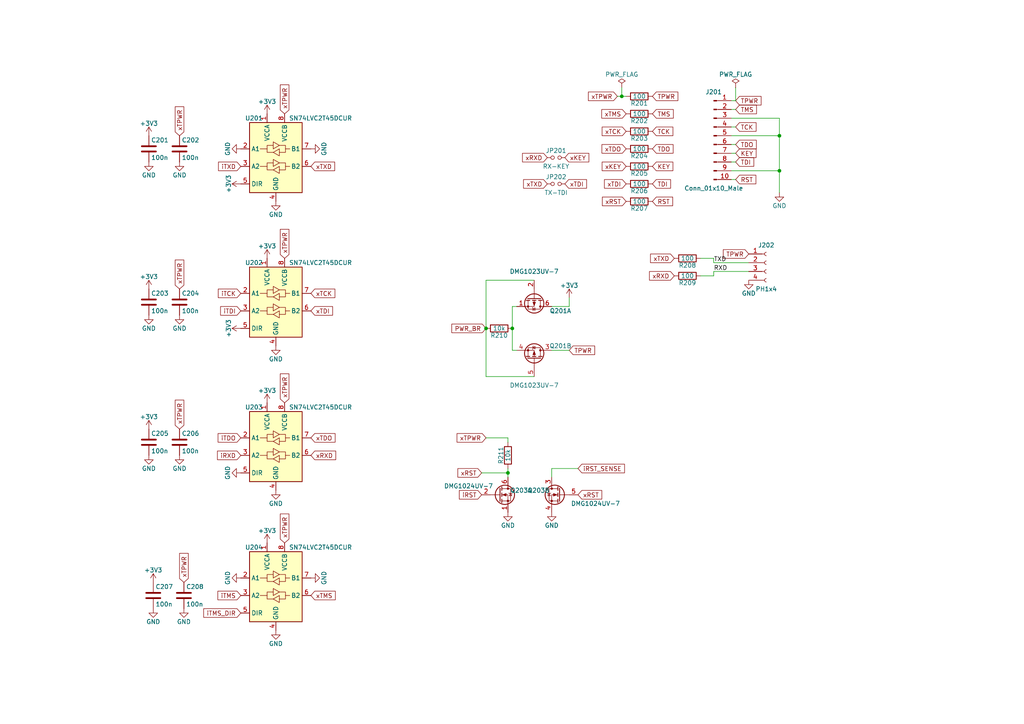
<source format=kicad_sch>
(kicad_sch (version 20211123) (generator eeschema)
  (paper "A4")
  (lib_symbols
    (symbol "Connector:Conn_01x04_Female" (pin_names (offset 1.016) hide)
      (property "Reference" "J" (at 0 5.08 0))
      (property "Value" "Conn_01x04_Female" (at 0 -7.62 0))
      (symbol "Conn_01x04_Female_1_1"
        (arc (start 0 -4.572) (mid -0.508 -5.08) (end 0 -5.588) (stroke (width 0.1524)))
        (arc (start 0 -2.032) (mid -0.508 -2.54) (end 0 -3.048) (stroke (width 0.1524)))
        (polyline (pts (xy -1.27 -5.08) (xy -0.508 -5.08)) (stroke (width 0.1524)))
        (polyline (pts (xy -1.27 -2.54) (xy -0.508 -2.54)) (stroke (width 0.1524)))
        (polyline (pts (xy -1.27 0) (xy -0.508 0)) (stroke (width 0.1524)))
        (polyline (pts (xy -1.27 2.54) (xy -0.508 2.54)) (stroke (width 0.1524)))
        (arc (start 0 0.508) (mid -0.508 0) (end 0 -0.508) (stroke (width 0.1524)))
        (arc (start 0 3.048) (mid -0.508 2.54) (end 0 2.032) (stroke (width 0.1524)))
        (pin passive line (at -5.08 2.54 0) (length 3.81) (name "Pin_1") (number "1"))
        (pin passive line (at -5.08 0 0) (length 3.81) (name "Pin_2") (number "2"))
        (pin passive line (at -5.08 -2.54 0) (length 3.81) (name "Pin_3") (number "3"))
        (pin passive line (at -5.08 -5.08 0) (length 3.81) (name "Pin_4") (number "4"))
      )
    )
    (symbol "Connector:Conn_01x10_Male" (pin_names (offset 1.016) hide)
      (property "Reference" "J" (at 0 12.7 0))
      (property "Value" "Conn_01x10_Male" (at 0 -15.24 0))
      (symbol "Conn_01x10_Male_1_1"
        (polyline (pts (xy 1.27 -12.7) (xy 0.8636 -12.7)) (stroke (width 0.1524)))
        (polyline (pts (xy 1.27 -10.16) (xy 0.8636 -10.16)) (stroke (width 0.1524)))
        (polyline (pts (xy 1.27 -7.62) (xy 0.8636 -7.62)) (stroke (width 0.1524)))
        (polyline (pts (xy 1.27 -5.08) (xy 0.8636 -5.08)) (stroke (width 0.1524)))
        (polyline (pts (xy 1.27 -2.54) (xy 0.8636 -2.54)) (stroke (width 0.1524)))
        (polyline (pts (xy 1.27 0) (xy 0.8636 0)) (stroke (width 0.1524)))
        (polyline (pts (xy 1.27 2.54) (xy 0.8636 2.54)) (stroke (width 0.1524)))
        (polyline (pts (xy 1.27 5.08) (xy 0.8636 5.08)) (stroke (width 0.1524)))
        (polyline (pts (xy 1.27 7.62) (xy 0.8636 7.62)) (stroke (width 0.1524)))
        (polyline (pts (xy 1.27 10.16) (xy 0.8636 10.16)) (stroke (width 0.1524)))
        (rectangle (start 0.8636 -12.573) (end 0 -12.827) (stroke (width 0.1524)) (fill (type outline)))
        (rectangle (start 0.8636 -10.033) (end 0 -10.287) (stroke (width 0.1524)) (fill (type outline)))
        (rectangle (start 0.8636 -7.493) (end 0 -7.747) (stroke (width 0.1524)) (fill (type outline)))
        (rectangle (start 0.8636 -4.953) (end 0 -5.207) (stroke (width 0.1524)) (fill (type outline)))
        (rectangle (start 0.8636 -2.413) (end 0 -2.667) (stroke (width 0.1524)) (fill (type outline)))
        (rectangle (start 0.8636 0.127) (end 0 -0.127) (stroke (width 0.1524)) (fill (type outline)))
        (rectangle (start 0.8636 2.667) (end 0 2.413) (stroke (width 0.1524)) (fill (type outline)))
        (rectangle (start 0.8636 5.207) (end 0 4.953) (stroke (width 0.1524)) (fill (type outline)))
        (rectangle (start 0.8636 7.747) (end 0 7.493) (stroke (width 0.1524)) (fill (type outline)))
        (rectangle (start 0.8636 10.287) (end 0 10.033) (stroke (width 0.1524)) (fill (type outline)))
        (pin passive line (at 5.08 10.16 180) (length 3.81) (name "Pin_1") (number "1"))
        (pin passive line (at 5.08 -12.7 180) (length 3.81) (name "Pin_10") (number "10"))
        (pin passive line (at 5.08 7.62 180) (length 3.81) (name "Pin_2") (number "2"))
        (pin passive line (at 5.08 5.08 180) (length 3.81) (name "Pin_3") (number "3"))
        (pin passive line (at 5.08 2.54 180) (length 3.81) (name "Pin_4") (number "4"))
        (pin passive line (at 5.08 0 180) (length 3.81) (name "Pin_5") (number "5"))
        (pin passive line (at 5.08 -2.54 180) (length 3.81) (name "Pin_6") (number "6"))
        (pin passive line (at 5.08 -5.08 180) (length 3.81) (name "Pin_7") (number "7"))
        (pin passive line (at 5.08 -7.62 180) (length 3.81) (name "Pin_8") (number "8"))
        (pin passive line (at 5.08 -10.16 180) (length 3.81) (name "Pin_9") (number "9"))
      )
    )
    (symbol "Device:C" (pin_numbers hide) (pin_names (offset 0.254))
      (property "Reference" "C" (at 0.635 2.54 0))
      (property "Value" "C" (at 0.635 -2.54 0))
      (symbol "C_0_1"
        (polyline (pts (xy -2.032 -0.762) (xy 2.032 -0.762)) (stroke (width 0.508)))
        (polyline (pts (xy -2.032 0.762) (xy 2.032 0.762)) (stroke (width 0.508)))
      )
      (symbol "C_1_1"
        (pin passive line (at 0 3.81 270) (length 2.794) (name "~") (number "1"))
        (pin passive line (at 0 -3.81 90) (length 2.794) (name "~") (number "2"))
      )
    )
    (symbol "Device:R" (pin_numbers hide) (pin_names (offset 0))
      (property "Reference" "R" (at 2.032 0 90))
      (property "Value" "R" (at 0 0 90))
      (symbol "R_0_1"
        (rectangle (start -1.016 -2.54) (end 1.016 2.54) (stroke (width 0.254)))
      )
      (symbol "R_1_1"
        (pin passive line (at 0 3.81 270) (length 1.27) (name "~") (number "1"))
        (pin passive line (at 0 -3.81 90) (length 1.27) (name "~") (number "2"))
      )
    )
    (symbol "Logic_LevelTranslator:SN74LVC2T45DCUR"
      (property "Reference" "U" (at -6.35 11.43 0))
      (property "Value" "SN74LVC2T45DCUR" (at 3.81 11.43 0))
      (symbol "SN74LVC2T45DCUR_0_1"
        (rectangle (start -7.62 10.16) (end 7.62 -10.16) (stroke (width 0.254)) (fill (type background)))
        (polyline (pts (xy -2.54 2.54) (xy -2.54 3.556) (xy -0.762 3.556)))
        (polyline (pts (xy 2.794 2.54) (xy 2.794 1.524) (xy 1.016 1.524)))
        (polyline (pts (xy -0.762 1.524) (xy -2.54 1.524) (xy -2.54 2.54) (xy -4.572 2.54)))
        (polyline (pts (xy -0.762 2.54) (xy -0.762 4.572) (xy 1.016 3.556) (xy -0.762 2.54)))
        (polyline (pts (xy 1.016 3.556) (xy 2.794 3.556) (xy 2.794 2.54) (xy 4.064 2.54)))
        (polyline (pts (xy 1.016 2.54) (xy 1.016 0.762) (xy 1.016 0.508) (xy -0.762 1.524) (xy 1.016 2.54)))
      )
      (symbol "SN74LVC2T45DCUR_1_1"
        (polyline (pts (xy -2.54 -2.54) (xy -2.54 -1.524) (xy -0.762 -1.524)))
        (polyline (pts (xy 2.794 -2.54) (xy 2.794 -3.556) (xy 1.016 -3.556)))
        (polyline (pts (xy -0.762 -3.556) (xy -2.54 -3.556) (xy -2.54 -2.54) (xy -4.572 -2.54)))
        (polyline (pts (xy -0.762 -2.54) (xy -0.762 -0.508) (xy 1.016 -1.524) (xy -0.762 -2.54)))
        (polyline (pts (xy 1.016 -1.524) (xy 2.794 -1.524) (xy 2.794 -2.54) (xy 4.064 -2.54)))
        (polyline (pts (xy 1.016 -2.54) (xy 1.016 -4.318) (xy 1.016 -4.572) (xy -0.762 -3.556) (xy 1.016 -2.54)))
        (pin power_in line (at -2.54 12.7 270) (length 2.54) (name "VCCA") (number "1"))
        (pin bidirectional line (at -10.16 2.54 0) (length 2.54) (name "A1") (number "2"))
        (pin bidirectional line (at -10.16 -2.54 0) (length 2.54) (name "A2") (number "3"))
        (pin power_in line (at 0 -12.7 90) (length 2.54) (name "GND") (number "4"))
        (pin input line (at -10.16 -7.62 0) (length 2.54) (name "DIR") (number "5"))
        (pin bidirectional line (at 10.16 -2.54 180) (length 2.54) (name "B2") (number "6"))
        (pin bidirectional line (at 10.16 2.54 180) (length 2.54) (name "B1") (number "7"))
        (pin power_in line (at 2.54 12.7 270) (length 2.54) (name "VCCB") (number "8"))
      )
    )
    (symbol "bmp22-rescue:Jumper_NO_Small-Device" (pin_numbers hide) (pin_names (offset 0.762) hide)
      (property "Reference" "JP" (at 0 2.032 0))
      (property "Value" "Jumper_NO_Small-Device" (at 0.254 -1.524 0))
      (symbol "Jumper_NO_Small-Device_0_1"
        (circle (center -1.016 0) (radius 0.508))
        (circle (center 1.016 0) (radius 0.508))
        (pin passive line (at -2.54 0 0) (length 1.016) (name "1") (number "1"))
        (pin passive line (at 2.54 0 180) (length 1.016) (name "2") (number "2"))
      )
    )
    (symbol "bmp22-rescue:Q_DUAL_NMOS_S1G1D2S2G2D1-Device" (pin_names (offset 0) hide)
      (property "Reference" "Q" (at 6.35 1.27 0))
      (property "Value" "Q_DUAL_NMOS_S1G1D2S2G2D1-Device" (at 19.05 -1.27 0))
      (symbol "Q_DUAL_NMOS_S1G1D2S2G2D1-Device_0_1"
        (polyline (pts (xy 0.254 0) (xy -2.54 0)))
        (polyline (pts (xy 0.254 1.905) (xy 0.254 -1.905)) (stroke (width 0.254)))
        (polyline (pts (xy 0.762 -1.27) (xy 0.762 -2.286)) (stroke (width 0.254)))
        (polyline (pts (xy 0.762 0.508) (xy 0.762 -0.508)) (stroke (width 0.254)))
        (polyline (pts (xy 0.762 2.286) (xy 0.762 1.27)) (stroke (width 0.254)))
        (polyline (pts (xy 2.54 2.54) (xy 2.54 1.778)))
        (polyline (pts (xy 2.54 -2.54) (xy 2.54 0) (xy 0.762 0)))
        (polyline (pts (xy 0.762 -1.778) (xy 3.302 -1.778) (xy 3.302 1.778) (xy 0.762 1.778)))
        (polyline (pts (xy 1.016 0) (xy 2.032 0.381) (xy 2.032 -0.381) (xy 1.016 0)) (fill (type outline)))
        (polyline (pts (xy 2.794 0.508) (xy 2.921 0.381) (xy 3.683 0.381) (xy 3.81 0.254)))
        (polyline (pts (xy 3.302 0.381) (xy 2.921 -0.254) (xy 3.683 -0.254) (xy 3.302 0.381)))
        (circle (center 1.651 0) (radius 2.794) (stroke (width 0.254)))
        (circle (center 2.54 -1.778) (radius 0.254) (fill (type outline)))
        (circle (center 2.54 1.778) (radius 0.254) (fill (type outline)))
      )
      (symbol "Q_DUAL_NMOS_S1G1D2S2G2D1-Device_1_1"
        (pin passive line (at 2.54 -5.08 90) (length 2.54) (name "S") (number "1"))
        (pin input line (at -5.08 0 0) (length 2.54) (name "G") (number "2"))
        (pin passive line (at 2.54 5.08 270) (length 2.54) (name "D") (number "6"))
      )
      (symbol "Q_DUAL_NMOS_S1G1D2S2G2D1-Device_2_1"
        (pin passive line (at 2.54 5.08 270) (length 2.54) (name "D") (number "3"))
        (pin passive line (at 2.54 -5.08 90) (length 2.54) (name "S") (number "4"))
        (pin input line (at -5.08 0 0) (length 2.54) (name "G") (number "5"))
      )
    )
    (symbol "bmp22-rescue:Q_DUAL_PMOS_S1G1D2S2G2D1-Device" (pin_names (offset 0) hide)
      (property "Reference" "Q" (at 6.35 1.27 0))
      (property "Value" "Q_DUAL_PMOS_S1G1D2S2G2D1-Device" (at 19.05 -1.27 0))
      (symbol "Q_DUAL_PMOS_S1G1D2S2G2D1-Device_0_1"
        (polyline (pts (xy 0.254 0) (xy -2.54 0)))
        (polyline (pts (xy 0.254 1.905) (xy 0.254 -1.905)) (stroke (width 0.254)))
        (polyline (pts (xy 0.762 -1.27) (xy 0.762 -2.286)) (stroke (width 0.254)))
        (polyline (pts (xy 0.762 0.508) (xy 0.762 -0.508)) (stroke (width 0.254)))
        (polyline (pts (xy 0.762 2.286) (xy 0.762 1.27)) (stroke (width 0.254)))
        (polyline (pts (xy 2.54 2.54) (xy 2.54 1.778)))
        (polyline (pts (xy 2.54 -2.54) (xy 2.54 0) (xy 0.762 0)))
        (polyline (pts (xy 0.762 1.778) (xy 3.302 1.778) (xy 3.302 -1.778) (xy 0.762 -1.778)))
        (polyline (pts (xy 2.286 0) (xy 1.27 0.381) (xy 1.27 -0.381) (xy 2.286 0)) (fill (type outline)))
        (polyline (pts (xy 2.794 -0.508) (xy 2.921 -0.381) (xy 3.683 -0.381) (xy 3.81 -0.254)))
        (polyline (pts (xy 3.302 -0.381) (xy 2.921 0.254) (xy 3.683 0.254) (xy 3.302 -0.381)))
        (circle (center 1.651 0) (radius 2.794) (stroke (width 0.254)))
        (circle (center 2.54 -1.778) (radius 0.254) (fill (type outline)))
        (circle (center 2.54 1.778) (radius 0.254) (fill (type outline)))
      )
      (symbol "Q_DUAL_PMOS_S1G1D2S2G2D1-Device_1_1"
        (pin passive line (at 2.54 -5.08 90) (length 2.54) (name "S") (number "1"))
        (pin input line (at -5.08 0 0) (length 2.54) (name "G") (number "2"))
        (pin passive line (at 2.54 5.08 270) (length 2.54) (name "D") (number "6"))
      )
      (symbol "Q_DUAL_PMOS_S1G1D2S2G2D1-Device_2_1"
        (pin passive line (at 2.54 5.08 270) (length 2.54) (name "D") (number "3"))
        (pin passive line (at 2.54 -5.08 90) (length 2.54) (name "S") (number "4"))
        (pin input line (at -5.08 0 0) (length 2.54) (name "G") (number "5"))
      )
    )
    (symbol "power:+3V3" (power) (pin_names (offset 0))
      (property "Value" "+3V3" (at 0 3.556 0))
      (symbol "+3V3_0_1"
        (polyline (pts (xy -0.762 1.27) (xy 0 2.54)))
        (polyline (pts (xy 0 0) (xy 0 2.54)))
        (polyline (pts (xy 0 2.54) (xy 0.762 1.27)))
      )
      (symbol "+3V3_1_1"
        (pin power_in line (at 0 0 90) (length 0) hide (name "+3V3") (number "1"))
      )
    )
    (symbol "power:GND" (power) (pin_names (offset 0))
      (property "Value" "GND" (at 0 -3.81 0))
      (symbol "GND_0_1"
        (polyline (pts (xy 0 0) (xy 0 -1.27) (xy 1.27 -1.27) (xy 0 -2.54) (xy -1.27 -1.27) (xy 0 -1.27)))
      )
      (symbol "GND_1_1"
        (pin power_in line (at 0 0 270) (length 0) hide (name "GND") (number "1"))
      )
    )
    (symbol "power:PWR_FLAG" (power) (pin_numbers hide) (pin_names (offset 0) hide)
      (property "Value" "PWR_FLAG" (at 0 3.81 0))
      (symbol "PWR_FLAG_0_0"
        (pin power_out line (at 0 0 90) (length 0) (name "pwr") (number "1"))
      )
      (symbol "PWR_FLAG_0_1"
        (polyline (pts (xy 0 0) (xy 0 1.27) (xy -1.016 1.905) (xy 0 2.54) (xy 1.016 1.905) (xy 0 1.27)))
      )
    )
  )
  (junction (at 226.06 49.53))
  (junction (at 147.32 137.16))
  (junction (at 148.59 95.25))
  (junction (at 180.34 27.94))
  (junction (at 140.97 95.25))
  (junction (at 226.06 39.37))
  (wire (pts (xy 212.09 49.53) (xy 226.06 49.53)))
  (wire (pts (xy 140.97 109.22) (xy 154.94 109.22)))
  (wire (pts (xy 148.59 88.9) (xy 149.86 88.9)))
  (wire (pts (xy 147.32 137.16) (xy 147.32 135.89)))
  (wire (pts (xy 203.2 74.93) (xy 207.01 74.93)))
  (wire (pts (xy 160.02 135.89) (xy 160.02 138.43)))
  (wire (pts (xy 213.36 25.4) (xy 213.36 29.21)))
  (wire (pts (xy 212.09 29.21) (xy 213.36 29.21)))
  (wire (pts (xy 154.94 81.28) (xy 140.97 81.28)))
  (wire (pts (xy 226.06 34.29) (xy 212.09 34.29)))
  (wire (pts (xy 207.01 78.74) (xy 207.01 80.01)))
  (wire (pts (xy 165.1 101.6) (xy 160.02 101.6)))
  (wire (pts (xy 217.17 78.74) (xy 207.01 78.74)))
  (wire (pts (xy 180.34 27.94) (xy 179.07 27.94)))
  (wire (pts (xy 165.1 88.9) (xy 160.02 88.9)))
  (wire (pts (xy 148.59 95.25) (xy 148.59 88.9)))
  (wire (pts (xy 165.1 86.36) (xy 165.1 88.9)))
  (wire (pts (xy 207.01 80.01) (xy 203.2 80.01)))
  (wire (pts (xy 140.97 127) (xy 147.32 127)))
  (wire (pts (xy 181.61 27.94) (xy 180.34 27.94)))
  (wire (pts (xy 147.32 127) (xy 147.32 128.27)))
  (wire (pts (xy 212.09 39.37) (xy 226.06 39.37)))
  (wire (pts (xy 213.36 31.75) (xy 212.09 31.75)))
  (wire (pts (xy 140.97 95.25) (xy 140.97 109.22)))
  (wire (pts (xy 207.01 76.2) (xy 217.17 76.2)))
  (wire (pts (xy 140.97 81.28) (xy 140.97 95.25)))
  (wire (pts (xy 147.32 138.43) (xy 147.32 137.16)))
  (wire (pts (xy 212.09 52.07) (xy 213.36 52.07)))
  (wire (pts (xy 212.09 44.45) (xy 213.36 44.45)))
  (wire (pts (xy 226.06 49.53) (xy 226.06 39.37)))
  (wire (pts (xy 213.36 41.91) (xy 212.09 41.91)))
  (wire (pts (xy 212.09 36.83) (xy 213.36 36.83)))
  (wire (pts (xy 226.06 39.37) (xy 226.06 34.29)))
  (wire (pts (xy 149.86 101.6) (xy 148.59 101.6)))
  (wire (pts (xy 148.59 101.6) (xy 148.59 95.25)))
  (wire (pts (xy 207.01 74.93) (xy 207.01 76.2)))
  (wire (pts (xy 180.34 25.4) (xy 180.34 27.94)))
  (wire (pts (xy 147.32 137.16) (xy 139.7 137.16)))
  (wire (pts (xy 213.36 46.99) (xy 212.09 46.99)))
  (wire (pts (xy 167.64 135.89) (xy 160.02 135.89)))
  (wire (pts (xy 226.06 55.88) (xy 226.06 49.53)))
  (label "RXD" (at 207.01 78.74 0))
  (label "TXD" (at 207.01 76.2 0))
  (global_label "TCK" (shape input) (at 213.36 36.83 0) (property "Intersheet References" "${INTERSHEET_REFS}" (effects hide)))
  (global_label "xTDO" (shape input) (at 90.17 127 0) (property "Intersheet References" "${INTERSHEET_REFS}" (effects hide)))
  (global_label "xTPWR" (shape input) (at 140.97 127 180) (property "Intersheet References" "${INTERSHEET_REFS}" (effects hide)))
  (global_label "iRST_SENSE" (shape input) (at 167.64 135.89 0) (property "Intersheet References" "${INTERSHEET_REFS}" (effects hide)))
  (global_label "iRST" (shape input) (at 139.7 143.51 180) (property "Intersheet References" "${INTERSHEET_REFS}" (effects hide)))
  (global_label "RST" (shape input) (at 213.36 52.07 0) (property "Intersheet References" "${INTERSHEET_REFS}" (effects hide)))
  (global_label "PWR_BR" (shape input) (at 140.97 95.25 180) (property "Intersheet References" "${INTERSHEET_REFS}" (effects hide)))
  (global_label "iTMS" (shape input) (at 69.85 172.72 180) (property "Intersheet References" "${INTERSHEET_REFS}" (effects hide)))
  (global_label "xTPWR" (shape input) (at 52.07 39.37 90) (property "Intersheet References" "${INTERSHEET_REFS}" (effects hide)))
  (global_label "xTPWR" (shape input) (at 82.55 157.48 90) (property "Intersheet References" "${INTERSHEET_REFS}" (effects hide)))
  (global_label "xTDI" (shape input) (at 90.17 90.17 0) (property "Intersheet References" "${INTERSHEET_REFS}" (effects hide)))
  (global_label "xRXD" (shape input) (at 195.58 80.01 180) (property "Intersheet References" "${INTERSHEET_REFS}" (effects hide)))
  (global_label "TCK" (shape input) (at 189.23 38.1 0) (property "Intersheet References" "${INTERSHEET_REFS}" (effects hide)))
  (global_label "xRST" (shape input) (at 139.7 137.16 180) (property "Intersheet References" "${INTERSHEET_REFS}" (effects hide)))
  (global_label "TPWR" (shape input) (at 217.17 73.66 180) (property "Intersheet References" "${INTERSHEET_REFS}" (effects hide)))
  (global_label "xTXD" (shape input) (at 195.58 74.93 180) (property "Intersheet References" "${INTERSHEET_REFS}" (effects hide)))
  (global_label "xTDI" (shape input) (at 163.83 53.34 0) (property "Intersheet References" "${INTERSHEET_REFS}" (effects hide)))
  (global_label "TDI" (shape input) (at 213.36 46.99 0) (property "Intersheet References" "${INTERSHEET_REFS}" (effects hide)))
  (global_label "xRXD" (shape input) (at 90.17 132.08 0) (property "Intersheet References" "${INTERSHEET_REFS}" (effects hide)))
  (global_label "xTCK" (shape input) (at 90.17 85.09 0) (property "Intersheet References" "${INTERSHEET_REFS}" (effects hide)))
  (global_label "TDO" (shape input) (at 213.36 41.91 0) (property "Intersheet References" "${INTERSHEET_REFS}" (effects hide)))
  (global_label "xTMS" (shape input) (at 90.17 172.72 0) (property "Intersheet References" "${INTERSHEET_REFS}" (effects hide)))
  (global_label "xTDO" (shape input) (at 181.61 43.18 180) (property "Intersheet References" "${INTERSHEET_REFS}" (effects hide)))
  (global_label "xRST" (shape input) (at 167.64 143.51 0) (property "Intersheet References" "${INTERSHEET_REFS}" (effects hide)))
  (global_label "xKEY" (shape input) (at 181.61 48.26 180) (property "Intersheet References" "${INTERSHEET_REFS}" (effects hide)))
  (global_label "iRXD" (shape input) (at 69.85 132.08 180) (property "Intersheet References" "${INTERSHEET_REFS}" (effects hide)))
  (global_label "iTDI" (shape input) (at 69.85 90.17 180) (property "Intersheet References" "${INTERSHEET_REFS}" (effects hide)))
  (global_label "iTCK" (shape input) (at 69.85 85.09 180) (property "Intersheet References" "${INTERSHEET_REFS}" (effects hide)))
  (global_label "xTCK" (shape input) (at 181.61 38.1 180) (property "Intersheet References" "${INTERSHEET_REFS}" (effects hide)))
  (global_label "RST" (shape input) (at 189.23 58.42 0) (property "Intersheet References" "${INTERSHEET_REFS}" (effects hide)))
  (global_label "KEY" (shape input) (at 189.23 48.26 0) (property "Intersheet References" "${INTERSHEET_REFS}" (effects hide)))
  (global_label "TMS" (shape input) (at 213.36 31.75 0) (property "Intersheet References" "${INTERSHEET_REFS}" (effects hide)))
  (global_label "xTPWR" (shape input) (at 82.55 116.84 90) (property "Intersheet References" "${INTERSHEET_REFS}" (effects hide)))
  (global_label "xKEY" (shape input) (at 163.83 45.72 0) (property "Intersheet References" "${INTERSHEET_REFS}" (effects hide)))
  (global_label "iTXD" (shape input) (at 69.85 48.26 180) (property "Intersheet References" "${INTERSHEET_REFS}" (effects hide)))
  (global_label "iTMS_DIR" (shape input) (at 69.85 177.8 180) (property "Intersheet References" "${INTERSHEET_REFS}" (effects hide)))
  (global_label "iTDO" (shape input) (at 69.85 127 180) (property "Intersheet References" "${INTERSHEET_REFS}" (effects hide)))
  (global_label "xTDI" (shape input) (at 181.61 53.34 180) (property "Intersheet References" "${INTERSHEET_REFS}" (effects hide)))
  (global_label "xTPWR" (shape input) (at 82.55 33.02 90) (property "Intersheet References" "${INTERSHEET_REFS}" (effects hide)))
  (global_label "TPWR" (shape input) (at 189.23 27.94 0) (property "Intersheet References" "${INTERSHEET_REFS}" (effects hide)))
  (global_label "xRST" (shape input) (at 181.61 58.42 180) (property "Intersheet References" "${INTERSHEET_REFS}" (effects hide)))
  (global_label "xTPWR" (shape input) (at 82.55 74.93 90) (property "Intersheet References" "${INTERSHEET_REFS}" (effects hide)))
  (global_label "KEY" (shape input) (at 213.36 44.45 0) (property "Intersheet References" "${INTERSHEET_REFS}" (effects hide)))
  (global_label "TDO" (shape input) (at 189.23 43.18 0) (property "Intersheet References" "${INTERSHEET_REFS}" (effects hide)))
  (global_label "TMS" (shape input) (at 189.23 33.02 0) (property "Intersheet References" "${INTERSHEET_REFS}" (effects hide)))
  (global_label "xTMS" (shape input) (at 181.61 33.02 180) (property "Intersheet References" "${INTERSHEET_REFS}" (effects hide)))
  (global_label "xTXD" (shape input) (at 90.17 48.26 0) (property "Intersheet References" "${INTERSHEET_REFS}" (effects hide)))
  (global_label "xRXD" (shape input) (at 158.75 45.72 180) (property "Intersheet References" "${INTERSHEET_REFS}" (effects hide)))
  (global_label "TPWR" (shape input) (at 165.1 101.6 0) (property "Intersheet References" "${INTERSHEET_REFS}" (effects hide)))
  (global_label "TPWR" (shape input) (at 213.36 29.21 0) (property "Intersheet References" "${INTERSHEET_REFS}" (effects hide)))
  (global_label "xTPWR" (shape input) (at 53.34 168.91 90) (property "Intersheet References" "${INTERSHEET_REFS}" (effects hide)))
  (global_label "xTPWR" (shape input) (at 52.07 124.46 90) (property "Intersheet References" "${INTERSHEET_REFS}" (effects hide)))
  (global_label "xTPWR" (shape input) (at 179.07 27.94 180) (property "Intersheet References" "${INTERSHEET_REFS}" (effects hide)))
  (global_label "xTXD" (shape input) (at 158.75 53.34 180) (property "Intersheet References" "${INTERSHEET_REFS}" (effects hide)))
  (global_label "TDI" (shape input) (at 189.23 53.34 0) (property "Intersheet References" "${INTERSHEET_REFS}" (effects hide)))
  (global_label "xTPWR" (shape input) (at 52.07 83.82 90) (property "Intersheet References" "${INTERSHEET_REFS}" (effects hide)))
  (symbol (lib_id "bmp22-rescue:Q_DUAL_PMOS_S1G1D2S2G2D1-Device") (at 154.94 104.14 270) (mirror x) (unit 2)
    (property "Reference" "Q201" (at 162.56 100.33 90))
    (property "Value" "DMG1023UV-7" (at 154.94 111.76 90))
    (property "Footprint" "EOS:DMG1023UV-7" (effects hide))
    (property "LCSC Number Part" "C212298" (effects hide))
  )
  (symbol (lib_id "Logic_LevelTranslator:SN74LVC2T45DCUR") (at 80.01 45.72 0) (unit 1)
    (property "Reference" "U201" (at 73.66 34.29 0))
    (property "Value" "SN74LVC2T45DCUR" (at 83.82 34.29 0) (effects (justify left)))
    (property "Footprint" "Package_SO:VSSOP-8_2.3x2mm_P0.5mm" (effects hide))
    (property "Datasheet" "http://www.ti.com/lit/ds/symlink/sn74lvc2t45.pdf" (effects hide))
    (property "LCSC Number Part" "C15741" (effects hide))
  )
  (symbol (lib_id "Connector:Conn_01x10_Male") (at 207.01 39.37 0) (unit 1)
    (property "Reference" "J201" (at 207.01 26.67 0))
    (property "Value" "Conn_01x10_Male" (at 207.01 54.61 0))
    (property "Footprint" "Connector_PinHeader_1.27mm:PinHeader_2x05_P1.27mm_Vertical_SMD" (effects hide))
    (property "LCSC Number Part" "C150517" (effects hide))
  )
  (symbol (lib_id "power:GND") (at 226.06 55.88 0) (unit 1)
    (property "Reference" "#PWR0208" (effects hide))
    (property "Value" "GND" (at 226.06 59.69 0))
  )
  (symbol (lib_id "Device:R") (at 185.42 27.94 270) (unit 1)
    (property "Reference" "R201" (at 185.42 29.972 90))
    (property "Value" "100" (at 185.42 27.94 90))
    (property "Footprint" "Resistor_SMD:R_0402_1005Metric" (effects hide))
    (property "LCSC Number Part" "C25076" (effects hide))
  )
  (symbol (lib_id "Device:R") (at 185.42 33.02 270) (unit 1)
    (property "Reference" "R202" (at 185.42 35.052 90))
    (property "Value" "100" (at 185.42 33.02 90))
    (property "Footprint" "Resistor_SMD:R_0402_1005Metric" (effects hide))
    (property "LCSC Number Part" "C25076" (effects hide))
  )
  (symbol (lib_id "Device:R") (at 185.42 38.1 270) (unit 1)
    (property "Reference" "R203" (at 185.42 40.132 90))
    (property "Value" "100" (at 185.42 38.1 90))
    (property "Footprint" "Resistor_SMD:R_0402_1005Metric" (effects hide))
    (property "LCSC Number Part" "C25076" (effects hide))
  )
  (symbol (lib_id "Device:R") (at 185.42 43.18 270) (unit 1)
    (property "Reference" "R204" (at 185.42 45.212 90))
    (property "Value" "100" (at 185.42 43.18 90))
    (property "Footprint" "Resistor_SMD:R_0402_1005Metric" (effects hide))
    (property "LCSC Number Part" "C25076" (effects hide))
  )
  (symbol (lib_id "Device:R") (at 185.42 53.34 270) (unit 1)
    (property "Reference" "R206" (at 185.42 55.372 90))
    (property "Value" "100" (at 185.42 53.34 90))
    (property "Footprint" "Resistor_SMD:R_0402_1005Metric" (effects hide))
    (property "LCSC Number Part" "C25076" (effects hide))
  )
  (symbol (lib_id "Device:R") (at 185.42 58.42 270) (unit 1)
    (property "Reference" "R207" (at 185.42 60.452 90))
    (property "Value" "100" (at 185.42 58.42 90))
    (property "Footprint" "Resistor_SMD:R_0402_1005Metric" (effects hide))
    (property "LCSC Number Part" "C25076" (effects hide))
  )
  (symbol (lib_id "Device:R") (at 185.42 48.26 270) (unit 1)
    (property "Reference" "R205" (at 185.42 50.292 90))
    (property "Value" "100" (at 185.42 48.26 90))
    (property "Footprint" "Resistor_SMD:R_0402_1005Metric" (effects hide))
    (property "LCSC Number Part" "C25076" (effects hide))
  )
  (symbol (lib_id "power:GND") (at 80.01 58.42 0) (unit 1)
    (property "Reference" "#PWR0209" (effects hide))
    (property "Value" "GND" (at 80.01 62.23 0))
  )
  (symbol (lib_id "power:+3V3") (at 77.47 33.02 0) (unit 1)
    (property "Reference" "#PWR0201" (effects hide))
    (property "Value" "+3V3" (at 77.47 29.464 0))
  )
  (symbol (lib_id "power:GND") (at 90.17 43.18 90) (unit 1)
    (property "Reference" "#PWR0204" (effects hide))
    (property "Value" "GND" (at 93.98 43.18 0))
  )
  (symbol (lib_id "power:GND") (at 69.85 43.18 270) (unit 1)
    (property "Reference" "#PWR0203" (effects hide))
    (property "Value" "GND" (at 66.04 43.18 0))
  )
  (symbol (lib_id "Logic_LevelTranslator:SN74LVC2T45DCUR") (at 80.01 87.63 0) (unit 1)
    (property "Reference" "U202" (at 73.66 76.2 0))
    (property "Value" "SN74LVC2T45DCUR" (at 83.82 76.2 0) (effects (justify left)))
    (property "Footprint" "Package_SO:VSSOP-8_2.3x2mm_P0.5mm" (effects hide))
    (property "Datasheet" "http://www.ti.com/lit/ds/symlink/sn74lvc2t45.pdf" (effects hide))
    (property "LCSC Number Part" "C15741" (effects hide))
  )
  (symbol (lib_id "power:GND") (at 80.01 100.33 0) (unit 1)
    (property "Reference" "#PWR0217" (effects hide))
    (property "Value" "GND" (at 80.01 104.14 0))
  )
  (symbol (lib_id "power:+3V3") (at 77.47 74.93 0) (unit 1)
    (property "Reference" "#PWR0210" (effects hide))
    (property "Value" "+3V3" (at 77.47 71.374 0))
  )
  (symbol (lib_id "Logic_LevelTranslator:SN74LVC2T45DCUR") (at 80.01 129.54 0) (unit 1)
    (property "Reference" "U203" (at 73.66 118.11 0))
    (property "Value" "SN74LVC2T45DCUR" (at 83.82 118.11 0) (effects (justify left)))
    (property "Footprint" "Package_SO:VSSOP-8_2.3x2mm_P0.5mm" (effects hide))
    (property "Datasheet" "http://www.ti.com/lit/ds/symlink/sn74lvc2t45.pdf" (effects hide))
    (property "LCSC Number Part" "C15741" (effects hide))
  )
  (symbol (lib_id "power:GND") (at 80.01 142.24 0) (unit 1)
    (property "Reference" "#PWR0223" (effects hide))
    (property "Value" "GND" (at 80.01 146.05 0))
  )
  (symbol (lib_id "power:+3V3") (at 77.47 116.84 0) (unit 1)
    (property "Reference" "#PWR0218" (effects hide))
    (property "Value" "+3V3" (at 77.47 113.284 0))
  )
  (symbol (lib_id "Logic_LevelTranslator:SN74LVC2T45DCUR") (at 80.01 170.18 0) (unit 1)
    (property "Reference" "U204" (at 73.66 158.75 0))
    (property "Value" "SN74LVC2T45DCUR" (at 83.82 158.75 0) (effects (justify left)))
    (property "Footprint" "Package_SO:VSSOP-8_2.3x2mm_P0.5mm" (effects hide))
    (property "Datasheet" "http://www.ti.com/lit/ds/symlink/sn74lvc2t45.pdf" (effects hide))
    (property "LCSC Number Part" "C15741" (effects hide))
  )
  (symbol (lib_id "power:GND") (at 80.01 182.88 0) (unit 1)
    (property "Reference" "#PWR0232" (effects hide))
    (property "Value" "GND" (at 80.01 186.69 0))
  )
  (symbol (lib_id "power:+3V3") (at 77.47 157.48 0) (unit 1)
    (property "Reference" "#PWR0226" (effects hide))
    (property "Value" "+3V3" (at 77.47 153.924 0))
  )
  (symbol (lib_id "power:+3V3") (at 69.85 53.34 90) (unit 1)
    (property "Reference" "#PWR0207" (effects hide))
    (property "Value" "+3V3" (at 66.294 53.34 0))
  )
  (symbol (lib_id "power:GND") (at 69.85 137.16 270) (unit 1)
    (property "Reference" "#PWR0222" (effects hide))
    (property "Value" "GND" (at 66.04 137.16 0))
  )
  (symbol (lib_id "power:+3V3") (at 69.85 95.25 90) (unit 1)
    (property "Reference" "#PWR0216" (effects hide))
    (property "Value" "+3V3" (at 66.294 95.25 0))
  )
  (symbol (lib_id "power:GND") (at 69.85 167.64 270) (unit 1)
    (property "Reference" "#PWR0227" (effects hide))
    (property "Value" "GND" (at 66.04 167.64 0))
  )
  (symbol (lib_id "power:GND") (at 90.17 167.64 90) (unit 1)
    (property "Reference" "#PWR0228" (effects hide))
    (property "Value" "GND" (at 93.98 167.64 0))
  )
  (symbol (lib_id "bmp22-rescue:Q_DUAL_PMOS_S1G1D2S2G2D1-Device") (at 154.94 86.36 270) (unit 1)
    (property "Reference" "Q201" (at 162.56 90.17 90))
    (property "Value" "DMG1023UV-7" (at 154.94 78.74 90))
    (property "Footprint" "EOS:DMG1023UV-7" (effects hide))
    (property "LCSC Number Part" "C212298" (effects hide))
  )
  (symbol (lib_id "Device:R") (at 144.78 95.25 270) (unit 1)
    (property "Reference" "R210" (at 144.78 97.282 90))
    (property "Value" "10k" (at 144.78 95.25 90))
    (property "Footprint" "Resistor_SMD:R_0402_1005Metric" (effects hide))
    (property "LCSC Number Part" "C25744" (effects hide))
  )
  (symbol (lib_id "bmp22-rescue:Q_DUAL_NMOS_S1G1D2S2G2D1-Device") (at 162.56 143.51 0) (mirror y) (unit 2)
    (property "Reference" "Q203" (at 156.21 142.24 0))
    (property "Value" "DMG1024UV-7" (at 172.72 146.05 0))
    (property "Footprint" "EOS:DMG1023UV-7" (effects hide))
    (property "LCSC Number Part" "C212298" (effects hide))
  )
  (symbol (lib_id "bmp22-rescue:Q_DUAL_NMOS_S1G1D2S2G2D1-Device") (at 144.78 143.51 0) (unit 1)
    (property "Reference" "Q203" (at 151.13 142.24 0))
    (property "Value" "DMG1024UV-7" (at 135.89 140.97 0))
    (property "Footprint" "EOS:DMG1023UV-7" (effects hide))
    (property "LCSC Number Part" "C212298" (effects hide))
  )
  (symbol (lib_id "power:GND") (at 160.02 148.59 0) (unit 1)
    (property "Reference" "#PWR0225" (effects hide))
    (property "Value" "GND" (at 160.02 152.4 0))
  )
  (symbol (lib_id "power:GND") (at 147.32 148.59 0) (unit 1)
    (property "Reference" "#PWR0224" (effects hide))
    (property "Value" "GND" (at 147.32 152.4 0))
  )
  (symbol (lib_id "Device:R") (at 147.32 132.08 180) (unit 1)
    (property "Reference" "R211" (at 145.288 132.08 90))
    (property "Value" "10k" (at 147.32 132.08 90))
    (property "Footprint" "Resistor_SMD:R_0402_1005Metric" (effects hide))
    (property "LCSC Number Part" "C25744" (effects hide))
  )
  (symbol (lib_id "power:GND") (at 43.18 46.99 0) (unit 1)
    (property "Reference" "#PWR0205" (effects hide))
    (property "Value" "GND" (at 43.18 50.8 0))
  )
  (symbol (lib_id "Device:C") (at 43.18 43.18 0) (unit 1)
    (property "Reference" "C201" (at 43.815 40.64 0) (effects (justify left)))
    (property "Value" "100n" (at 43.815 45.72 0) (effects (justify left)))
    (property "Footprint" "Capacitor_SMD:C_0402_1005Metric" (effects hide))
    (property "LCSC Number Part" "C14663" (effects hide))
  )
  (symbol (lib_id "power:GND") (at 52.07 46.99 0) (unit 1)
    (property "Reference" "#PWR0206" (effects hide))
    (property "Value" "GND" (at 52.07 50.8 0))
  )
  (symbol (lib_id "Device:C") (at 52.07 43.18 0) (unit 1)
    (property "Reference" "C202" (at 52.705 40.64 0) (effects (justify left)))
    (property "Value" "100n" (at 52.705 45.72 0) (effects (justify left)))
    (property "Footprint" "Capacitor_SMD:C_0402_1005Metric" (effects hide))
    (property "LCSC Number Part" "C14663" (effects hide))
  )
  (symbol (lib_id "power:GND") (at 43.18 91.44 0) (unit 1)
    (property "Reference" "#PWR0214" (effects hide))
    (property "Value" "GND" (at 43.18 95.25 0))
  )
  (symbol (lib_id "Device:C") (at 43.18 87.63 0) (unit 1)
    (property "Reference" "C203" (at 43.815 85.09 0) (effects (justify left)))
    (property "Value" "100n" (at 43.815 90.17 0) (effects (justify left)))
    (property "Footprint" "Capacitor_SMD:C_0402_1005Metric" (effects hide))
    (property "LCSC Number Part" "C14663" (effects hide))
  )
  (symbol (lib_id "power:+3V3") (at 43.18 83.82 0) (unit 1)
    (property "Reference" "#PWR0212" (effects hide))
    (property "Value" "+3V3" (at 43.18 80.264 0))
  )
  (symbol (lib_id "power:GND") (at 52.07 91.44 0) (unit 1)
    (property "Reference" "#PWR0215" (effects hide))
    (property "Value" "GND" (at 52.07 95.25 0))
  )
  (symbol (lib_id "Device:C") (at 52.07 87.63 0) (unit 1)
    (property "Reference" "C204" (at 52.705 85.09 0) (effects (justify left)))
    (property "Value" "100n" (at 52.705 90.17 0) (effects (justify left)))
    (property "Footprint" "Capacitor_SMD:C_0402_1005Metric" (effects hide))
    (property "LCSC Number Part" "C14663" (effects hide))
  )
  (symbol (lib_id "power:GND") (at 43.18 132.08 0) (unit 1)
    (property "Reference" "#PWR0220" (effects hide))
    (property "Value" "GND" (at 43.18 135.89 0))
  )
  (symbol (lib_id "Device:C") (at 43.18 128.27 0) (unit 1)
    (property "Reference" "C205" (at 43.815 125.73 0) (effects (justify left)))
    (property "Value" "100n" (at 43.815 130.81 0) (effects (justify left)))
    (property "Footprint" "Capacitor_SMD:C_0402_1005Metric" (effects hide))
    (property "LCSC Number Part" "C14663" (effects hide))
  )
  (symbol (lib_id "power:+3V3") (at 43.18 124.46 0) (unit 1)
    (property "Reference" "#PWR0219" (effects hide))
    (property "Value" "+3V3" (at 43.18 120.904 0))
  )
  (symbol (lib_id "power:GND") (at 52.07 132.08 0) (unit 1)
    (property "Reference" "#PWR0221" (effects hide))
    (property "Value" "GND" (at 52.07 135.89 0))
  )
  (symbol (lib_id "Device:C") (at 52.07 128.27 0) (unit 1)
    (property "Reference" "C206" (at 52.705 125.73 0) (effects (justify left)))
    (property "Value" "100n" (at 52.705 130.81 0) (effects (justify left)))
    (property "Footprint" "Capacitor_SMD:C_0402_1005Metric" (effects hide))
    (property "LCSC Number Part" "C14663" (effects hide))
  )
  (symbol (lib_id "power:GND") (at 44.45 176.53 0) (unit 1)
    (property "Reference" "#PWR0230" (effects hide))
    (property "Value" "GND" (at 44.45 180.34 0))
  )
  (symbol (lib_id "Device:C") (at 44.45 172.72 0) (unit 1)
    (property "Reference" "C207" (at 45.085 170.18 0) (effects (justify left)))
    (property "Value" "100n" (at 45.085 175.26 0) (effects (justify left)))
    (property "Footprint" "Capacitor_SMD:C_0402_1005Metric" (effects hide))
    (property "LCSC Number Part" "C14663" (effects hide))
  )
  (symbol (lib_id "power:+3V3") (at 44.45 168.91 0) (unit 1)
    (property "Reference" "#PWR0229" (effects hide))
    (property "Value" "+3V3" (at 44.45 165.354 0))
  )
  (symbol (lib_id "power:GND") (at 53.34 176.53 0) (unit 1)
    (property "Reference" "#PWR0231" (effects hide))
    (property "Value" "GND" (at 53.34 180.34 0))
  )
  (symbol (lib_id "Device:C") (at 53.34 172.72 0) (unit 1)
    (property "Reference" "C208" (at 53.975 170.18 0) (effects (justify left)))
    (property "Value" "100n" (at 53.975 175.26 0) (effects (justify left)))
    (property "Footprint" "Capacitor_SMD:C_0402_1005Metric" (effects hide))
    (property "LCSC Number Part" "C14663" (effects hide))
  )
  (symbol (lib_id "power:+3V3") (at 43.18 39.37 0) (unit 1)
    (property "Reference" "#PWR0202" (effects hide))
    (property "Value" "+3V3" (at 43.18 35.814 0))
  )
  (symbol (lib_id "power:+3V3") (at 165.1 86.36 0) (unit 1)
    (property "Reference" "#PWR0213" (effects hide))
    (property "Value" "+3V3" (at 165.1 82.804 0))
  )
  (symbol (lib_id "Device:R") (at 199.39 80.01 270) (unit 1)
    (property "Reference" "R209" (at 199.39 82.042 90))
    (property "Value" "100" (at 199.39 80.01 90))
    (property "Footprint" "Resistor_SMD:R_0402_1005Metric" (effects hide))
    (property "LCSC Number Part" "C25076" (effects hide))
  )
  (symbol (lib_id "Device:R") (at 199.39 74.93 270) (unit 1)
    (property "Reference" "R208" (at 199.39 76.962 90))
    (property "Value" "100" (at 199.39 74.93 90))
    (property "Footprint" "Resistor_SMD:R_0402_1005Metric" (effects hide))
    (property "LCSC Number Part" "C25076" (effects hide))
  )
  (symbol (lib_id "Connector:Conn_01x04_Female") (at 222.25 76.2 0) (unit 1)
    (property "Reference" "J202" (at 222.25 71.12 0))
    (property "Value" "PH1x4" (at 222.25 83.82 0))
    (property "Footprint" "Connector_JST:JST_PH_S4B-PH-SM4-TB_1x04-1MP_P2.00mm_Horizontal" (effects hide))
    (property "LCSC Number Part" "C265102" (effects hide))
  )
  (symbol (lib_id "power:GND") (at 217.17 81.28 0) (unit 1)
    (property "Reference" "#PWR0211" (effects hide))
    (property "Value" "GND" (at 217.17 85.09 0))
  )
  (symbol (lib_id "bmp22-rescue:Jumper_NO_Small-Device") (at 161.29 45.72 0) (unit 1)
    (property "Reference" "JP201" (at 161.29 43.688 0))
    (property "Value" "RX-KEY" (at 161.29 48.26 0))
    (property "Footprint" "Resistor_SMD:R_0402_1005Metric" (effects hide))
    (property "LCSC Number Part" "C60485" (effects hide))
  )
  (symbol (lib_id "bmp22-rescue:Jumper_NO_Small-Device") (at 161.29 53.34 0) (unit 1)
    (property "Reference" "JP202" (at 161.29 51.308 0))
    (property "Value" "TX-TDI" (at 161.29 55.88 0))
    (property "Footprint" "Resistor_SMD:R_0402_1005Metric" (effects hide))
    (property "LCSC Number Part" "C60485" (effects hide))
  )
  (symbol (lib_id "power:PWR_FLAG") (at 213.36 25.4 0) (unit 1)
    (property "Reference" "#FLG0202" (effects hide))
    (property "Value" "PWR_FLAG" (at 213.36 21.59 0))
  )
  (symbol (lib_id "power:PWR_FLAG") (at 180.34 25.4 0) (unit 1)
    (property "Reference" "#FLG0201" (effects hide))
    (property "Value" "PWR_FLAG" (at 180.34 21.59 0))
  )
)
</source>
